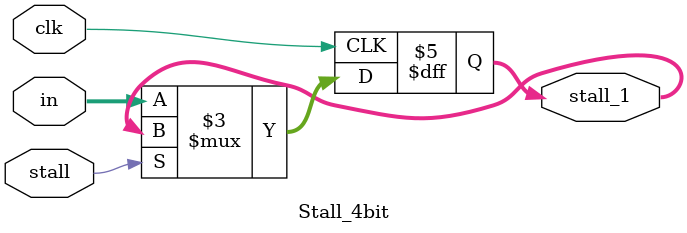
<source format=sv>
module Stall_4bit(
    input clk,
    input [3:0] in,
    input stall,
    output logic [3:0] stall_1
    );
    always_ff @ (posedge clk)
    begin
        if (stall) begin end
        else begin
            stall_1 = in;
        end
    end
endmodule
</source>
